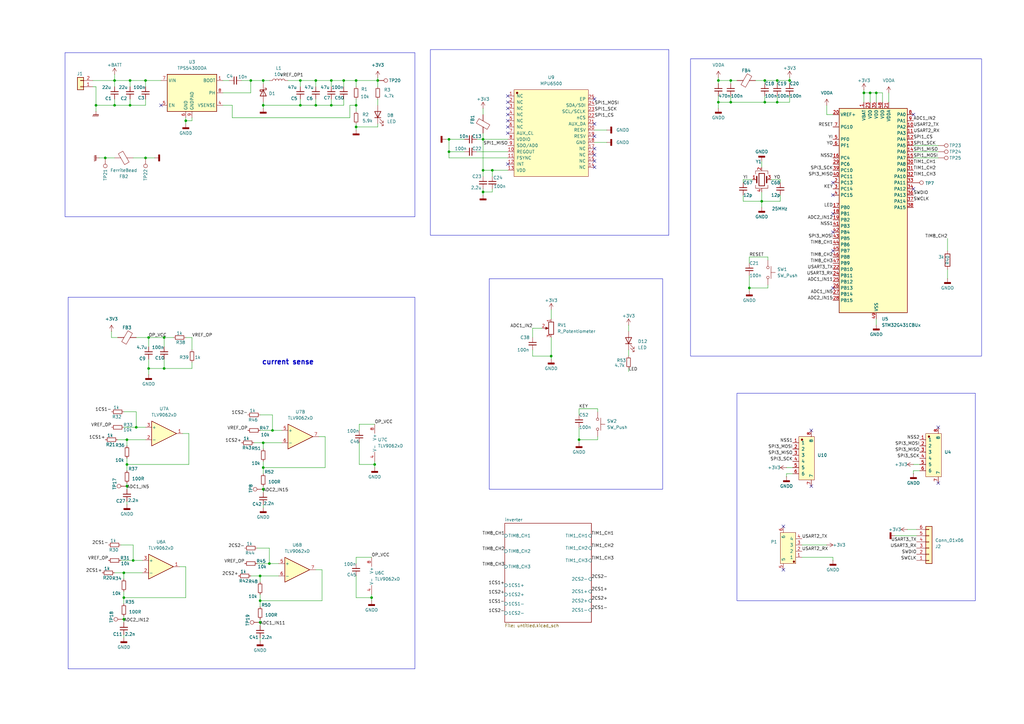
<source format=kicad_sch>
(kicad_sch (version 20231120) (generator "eeschema") (generator_version "8.0")
  (paper "A3")
  (title_block (title "bldc_controller") (date "2023-12-04"))
  (junction (at 198.12 57.15))
  (junction (at 106.68 236.22))
  (junction (at 123.19 43.18))
  (junction (at 152.4 245.11))
  (junction (at 154.94 33.02))
  (junction (at 53.34 43.18))
  (junction (at 359.41 38.1))
  (junction (at 135.89 43.18))
  (junction (at 50.8 234.95))
  (junction (at 146.05 33.02))
  (junction (at 59.69 33.02))
  (junction (at 198.12 78.74))
  (junction (at 110.49 231.14))
  (junction (at 111.76 176.53))
  (junction (at 135.89 33.02))
  (junction (at 60.96 138.43))
  (junction (at 76.2 49.53))
  (junction (at 46.99 43.18))
  (junction (at 184.15 57.15))
  (junction (at 50.8 254))
  (junction (at 226.06 146.05))
  (junction (at 318.77 33.02))
  (junction (at 55.88 175.26))
  (junction (at 52.07 190.5))
  (junction (at 201.93 69.85))
  (junction (at 323.85 33.02))
  (junction (at 294.64 41.91))
  (junction (at 146.05 52.07))
  (junction (at 107.95 33.02))
  (junction (at 318.77 41.91))
  (junction (at 106.68 246.38))
  (junction (at 60.96 151.13))
  (junction (at 356.87 38.1))
  (junction (at 312.42 82.55))
  (junction (at 39.37 43.18))
  (junction (at 129.54 43.18))
  (junction (at 106.68 255.27))
  (junction (at 107.95 191.77))
  (junction (at 46.99 33.02))
  (junction (at 67.31 151.13))
  (junction (at 123.19 33.02))
  (junction (at 67.31 138.43))
  (junction (at 299.72 33.02))
  (junction (at 313.69 41.91))
  (junction (at 50.8 245.11))
  (junction (at 107.95 200.66))
  (junction (at 184.15 62.23))
  (junction (at 43.18 64.77))
  (junction (at 59.69 64.77))
  (junction (at 354.33 38.1))
  (junction (at 198.12 69.85))
  (junction (at 52.07 180.34))
  (junction (at 299.72 41.91))
  (junction (at 146.05 43.18))
  (junction (at 54.61 229.87))
  (junction (at 129.54 33.02))
  (junction (at 53.34 33.02))
  (junction (at 153.67 190.5))
  (junction (at 52.07 199.39))
  (junction (at 313.69 33.02))
  (junction (at 107.95 181.61))
  (junction (at 237.49 180.34))
  (junction (at 107.95 43.18))
  (junction (at 102.87 33.02))
  (junction (at 307.34 118.11))
  (junction (at 140.97 33.02))
  (junction (at 294.64 33.02))
  (no_connect (at 374.65 46.99))
  (no_connect (at 332.74 176.53))
  (no_connect (at 208.28 39.37))
  (no_connect (at 208.28 67.31))
  (no_connect (at 208.28 46.99))
  (no_connect (at 208.28 54.61))
  (no_connect (at 341.63 95.25))
  (no_connect (at 243.84 55.88))
  (no_connect (at 243.84 63.5))
  (no_connect (at 332.74 199.39))
  (no_connect (at 341.63 87.63))
  (no_connect (at 341.63 74.93))
  (no_connect (at 374.65 77.47))
  (no_connect (at 341.63 118.11))
  (no_connect (at 341.63 80.01))
  (no_connect (at 384.81 175.26))
  (no_connect (at 321.31 233.68))
  (no_connect (at 384.81 198.12))
  (no_connect (at 243.84 40.64))
  (no_connect (at 66.04 43.18))
  (no_connect (at 208.28 52.07))
  (no_connect (at 208.28 44.45))
  (no_connect (at 243.84 60.96))
  (no_connect (at 208.28 49.53))
  (no_connect (at 243.84 68.58))
  (no_connect (at 243.84 66.04))
  (no_connect (at 321.31 215.9))
  (no_connect (at 208.28 41.91))
  (no_connect (at 341.63 102.87))
  (no_connect (at 243.84 50.8))
  (wire (pts (xy 67.31 147.32) (xy 67.31 151.13)))
  (wire (pts (xy 314.96 106.68) (xy 314.96 105.41)))
  (wire (pts (xy 198.12 69.85) (xy 198.12 72.39)))
  (wire (pts (xy 341.63 228.6) (xy 341.63 229.87)))
  (wire (pts (xy 67.31 151.13) (xy 60.96 151.13)))
  (wire (pts (xy 60.96 151.13) (xy 60.96 153.67)))
  (wire (pts (xy 312.42 82.55) (xy 312.42 78.74)))
  (wire (pts (xy 294.64 33.02) (xy 299.72 33.02)))
  (wire (pts (xy 77.47 177.8) (xy 74.93 177.8)))
  (wire (pts (xy 299.72 33.02) (xy 302.26 33.02)))
  (wire (pts (xy 245.11 167.64) (xy 237.49 167.64)))
  (wire (pts (xy 67.31 138.43) (xy 71.12 138.43)))
  (wire (pts (xy 76.2 138.43) (xy 78.74 138.43)))
  (wire (pts (xy 152.4 228.6) (xy 146.05 228.6)))
  (wire (pts (xy 198.12 54.61) (xy 198.12 57.15)))
  (wire (pts (xy 243.84 53.34) (xy 248.92 53.34)))
  (wire (pts (xy 237.49 180.34) (xy 245.11 180.34)))
  (wire (pts (xy 105.41 231.14) (xy 110.49 231.14)))
  (wire (pts (xy 198.12 80.01) (xy 198.12 78.74)))
  (wire (pts (xy 60.96 147.32) (xy 60.96 151.13)))
  (wire (pts (xy 105.41 224.79) (xy 110.49 224.79)))
  (wire (pts (xy 356.87 38.1) (xy 356.87 41.91)))
  (wire (pts (xy 123.19 40.64) (xy 123.19 43.18)))
  (wire (pts (xy 237.49 175.26) (xy 237.49 180.34)))
  (wire (pts (xy 59.69 64.77) (xy 63.5 64.77)))
  (wire (pts (xy 198.12 57.15) (xy 208.28 57.15)))
  (wire (pts (xy 374.65 193.04) (xy 374.65 194.31)))
  (wire (pts (xy 146.05 43.18) (xy 143.51 43.18)))
  (wire (pts (xy 299.72 41.91) (xy 313.69 41.91)))
  (wire (pts (xy 218.44 146.05) (xy 218.44 143.51)))
  (wire (pts (xy 318.77 33.02) (xy 323.85 33.02)))
  (wire (pts (xy 299.72 39.37) (xy 299.72 41.91)))
  (wire (pts (xy 107.95 191.77) (xy 107.95 194.31)))
  (wire (pts (xy 135.89 33.02) (xy 140.97 33.02)))
  (wire (pts (xy 152.4 245.11) (xy 152.4 246.38)))
  (wire (pts (xy 359.41 38.1) (xy 361.95 38.1)))
  (wire (pts (xy 107.95 191.77) (xy 133.35 191.77)))
  (wire (pts (xy 52.07 190.5) (xy 77.47 190.5)))
  (wire (pts (xy 102.87 38.1) (xy 102.87 33.02)))
  (wire (pts (xy 154.94 50.8) (xy 154.94 52.07)))
  (wire (pts (xy 257.81 133.35) (xy 257.81 135.89)))
  (wire (pts (xy 50.8 234.95) (xy 58.42 234.95)))
  (wire (pts (xy 78.74 48.26) (xy 78.74 49.53)))
  (wire (pts (xy 129.54 33.02) (xy 123.19 33.02)))
  (wire (pts (xy 307.34 118.11) (xy 314.96 118.11)))
  (wire (pts (xy 354.33 38.1) (xy 356.87 38.1)))
  (wire (pts (xy 299.72 34.29) (xy 299.72 33.02)))
  (wire (pts (xy 106.68 236.22) (xy 114.3 236.22)))
  (wire (pts (xy 53.34 40.64) (xy 53.34 43.18)))
  (wire (pts (xy 323.85 33.02) (xy 323.85 34.29)))
  (wire (pts (xy 374.65 64.77) (xy 384.81 64.77)))
  (wire (pts (xy 132.08 246.38) (xy 132.08 233.68)))
  (wire (pts (xy 123.19 35.56) (xy 123.19 33.02)))
  (wire (pts (xy 59.69 33.02) (xy 66.04 33.02)))
  (wire (pts (xy 309.88 33.02) (xy 313.69 33.02)))
  (wire (pts (xy 111.76 176.53) (xy 115.57 176.53)))
  (wire (pts (xy 201.93 78.74) (xy 198.12 78.74)))
  (wire (pts (xy 50.8 245.11) (xy 50.8 247.65)))
  (wire (pts (xy 46.99 234.95) (xy 50.8 234.95)))
  (wire (pts (xy 388.62 110.49) (xy 388.62 114.3)))
  (wire (pts (xy 388.62 97.79) (xy 388.62 102.87)))
  (wire (pts (xy 106.68 254) (xy 106.68 255.27)))
  (wire (pts (xy 243.84 58.42) (xy 248.92 58.42)))
  (wire (pts (xy 304.8 73.66) (xy 304.8 74.93)))
  (wire (pts (xy 129.54 40.64) (xy 129.54 43.18)))
  (wire (pts (xy 314.96 105.41) (xy 307.34 105.41)))
  (wire (pts (xy 45.72 138.43) (xy 48.26 138.43)))
  (wire (pts (xy 38.1 33.02) (xy 46.99 33.02)))
  (wire (pts (xy 39.37 43.18) (xy 39.37 35.56)))
  (wire (pts (xy 322.58 191.77) (xy 325.12 191.77)))
  (wire (pts (xy 320.04 80.01) (xy 320.04 82.55)))
  (wire (pts (xy 76.2 49.53) (xy 76.2 48.26)))
  (wire (pts (xy 55.88 168.91) (xy 55.88 175.26)))
  (wire (pts (xy 257.81 151.13) (xy 257.81 152.4)))
  (wire (pts (xy 322.58 194.31) (xy 325.12 194.31)))
  (wire (pts (xy 46.99 35.56) (xy 46.99 33.02)))
  (wire (pts (xy 102.87 33.02) (xy 107.95 33.02)))
  (wire (pts (xy 146.05 33.02) (xy 140.97 33.02)))
  (wire (pts (xy 354.33 38.1) (xy 354.33 41.91)))
  (wire (pts (xy 374.65 190.5) (xy 377.19 190.5)))
  (wire (pts (xy 106.68 243.84) (xy 106.68 246.38)))
  (wire (pts (xy 50.8 168.91) (xy 55.88 168.91)))
  (wire (pts (xy 135.89 40.64) (xy 135.89 43.18)))
  (wire (pts (xy 135.89 35.56) (xy 135.89 33.02)))
  (wire (pts (xy 237.49 167.64) (xy 237.49 170.18)))
  (wire (pts (xy 67.31 138.43) (xy 67.31 142.24)))
  (wire (pts (xy 312.42 68.58) (xy 312.42 66.04)))
  (wire (pts (xy 201.93 69.85) (xy 208.28 69.85)))
  (wire (pts (xy 359.41 130.81) (xy 359.41 133.35)))
  (wire (pts (xy 107.95 181.61) (xy 115.57 181.61)))
  (wire (pts (xy 53.34 33.02) (xy 59.69 33.02)))
  (wire (pts (xy 107.95 181.61) (xy 107.95 184.15)))
  (wire (pts (xy 226.06 146.05) (xy 218.44 146.05)))
  (wire (pts (xy 135.89 43.18) (xy 129.54 43.18)))
  (wire (pts (xy 294.64 41.91) (xy 299.72 41.91)))
  (wire (pts (xy 95.25 48.26) (xy 95.25 43.18)))
  (wire (pts (xy 143.51 48.26) (xy 95.25 48.26)))
  (wire (pts (xy 316.23 73.66) (xy 320.04 73.66)))
  (wire (pts (xy 294.64 33.02) (xy 294.64 34.29)))
  (wire (pts (xy 106.68 255.27) (xy 106.68 256.54)))
  (wire (pts (xy 198.12 57.15) (xy 198.12 69.85)))
  (wire (pts (xy 107.95 189.23) (xy 107.95 191.77)))
  (wire (pts (xy 198.12 69.85) (xy 201.93 69.85)))
  (wire (pts (xy 154.94 40.64) (xy 154.94 43.18)))
  (wire (pts (xy 323.85 31.75) (xy 323.85 33.02)))
  (wire (pts (xy 132.08 233.68) (xy 129.54 233.68)))
  (wire (pts (xy 107.95 200.66) (xy 107.95 201.93)))
  (wire (pts (xy 313.69 39.37) (xy 313.69 41.91)))
  (wire (pts (xy 143.51 43.18) (xy 143.51 48.26)))
  (wire (pts (xy 59.69 40.64) (xy 59.69 43.18)))
  (wire (pts (xy 78.74 138.43) (xy 78.74 143.51)))
  (wire (pts (xy 294.64 41.91) (xy 294.64 44.45)))
  (wire (pts (xy 367.03 219.71) (xy 375.92 219.71)))
  (wire (pts (xy 133.35 179.07) (xy 130.81 179.07)))
  (wire (pts (xy 60.96 138.43) (xy 60.96 142.24)))
  (wire (pts (xy 304.8 80.01) (xy 304.8 82.55)))
  (wire (pts (xy 110.49 231.14) (xy 114.3 231.14)))
  (wire (pts (xy 48.26 180.34) (xy 52.07 180.34)))
  (wire (pts (xy 147.32 190.5) (xy 153.67 190.5)))
  (wire (pts (xy 50.8 234.95) (xy 50.8 237.49)))
  (wire (pts (xy 201.93 77.47) (xy 201.93 78.74)))
  (wire (pts (xy 54.61 64.77) (xy 59.69 64.77)))
  (wire (pts (xy 106.68 261.62) (xy 106.68 262.89)))
  (wire (pts (xy 106.68 246.38) (xy 106.68 248.92)))
  (wire (pts (xy 226.06 127) (xy 226.06 130.81)))
  (wire (pts (xy 322.58 194.31) (xy 322.58 195.58)))
  (wire (pts (xy 304.8 82.55) (xy 312.42 82.55)))
  (wire (pts (xy 313.69 33.02) (xy 318.77 33.02)))
  (wire (pts (xy 154.94 52.07) (xy 146.05 52.07)))
  (wire (pts (xy 314.96 116.84) (xy 314.96 118.11)))
  (wire (pts (xy 318.77 33.02) (xy 318.77 34.29)))
  (wire (pts (xy 76.2 232.41) (xy 73.66 232.41)))
  (wire (pts (xy 52.07 205.74) (xy 52.07 207.01)))
  (wire (pts (xy 153.67 190.5) (xy 153.67 189.23)))
  (wire (pts (xy 146.05 52.07) (xy 146.05 50.8)))
  (wire (pts (xy 153.67 190.5) (xy 153.67 191.77)))
  (wire (pts (xy 55.88 175.26) (xy 59.69 175.26)))
  (wire (pts (xy 110.49 224.79) (xy 110.49 231.14)))
  (wire (pts (xy 50.8 254) (xy 50.8 255.27)))
  (wire (pts (xy 245.11 168.91) (xy 245.11 167.64)))
  (wire (pts (xy 76.2 245.11) (xy 76.2 232.41)))
  (wire (pts (xy 226.06 138.43) (xy 226.06 146.05)))
  (wire (pts (xy 222.25 134.62) (xy 218.44 134.62)))
  (wire (pts (xy 59.69 35.56) (xy 59.69 33.02)))
  (wire (pts (xy 133.35 191.77) (xy 133.35 179.07)))
  (wire (pts (xy 146.05 228.6) (xy 146.05 231.14)))
  (wire (pts (xy 129.54 35.56) (xy 129.54 33.02)))
  (wire (pts (xy 146.05 53.34) (xy 146.05 52.07)))
  (wire (pts (xy 129.54 43.18) (xy 123.19 43.18)))
  (wire (pts (xy 99.06 33.02) (xy 102.87 33.02)))
  (wire (pts (xy 182.88 57.15) (xy 184.15 57.15)))
  (wire (pts (xy 237.49 180.34) (xy 237.49 181.61)))
  (wire (pts (xy 77.47 190.5) (xy 77.47 177.8)))
  (wire (pts (xy 307.34 105.41) (xy 307.34 107.95)))
  (wire (pts (xy 328.93 223.52) (xy 339.09 223.52)))
  (wire (pts (xy 91.44 38.1) (xy 102.87 38.1)))
  (wire (pts (xy 39.37 35.56) (xy 38.1 35.56)))
  (wire (pts (xy 195.58 62.23) (xy 208.28 62.23)))
  (wire (pts (xy 208.28 64.77) (xy 184.15 64.77)))
  (wire (pts (xy 257.81 143.51) (xy 257.81 146.05)))
  (wire (pts (xy 361.95 38.1) (xy 361.95 41.91)))
  (wire (pts (xy 359.41 38.1) (xy 359.41 41.91)))
  (wire (pts (xy 374.65 62.23) (xy 384.81 62.23)))
  (wire (pts (xy 46.99 43.18) (xy 53.34 43.18)))
  (wire (pts (xy 307.34 113.03) (xy 307.34 118.11)))
  (wire (pts (xy 190.5 62.23) (xy 184.15 62.23)))
  (wire (pts (xy 198.12 77.47) (xy 198.12 78.74)))
  (wire (pts (xy 76.2 49.53) (xy 78.74 49.53)))
  (wire (pts (xy 318.77 39.37) (xy 318.77 41.91)))
  (wire (pts (xy 184.15 64.77) (xy 184.15 62.23)))
  (wire (pts (xy 43.18 64.77) (xy 46.99 64.77)))
  (wire (pts (xy 129.54 33.02) (xy 135.89 33.02)))
  (wire (pts (xy 320.04 73.66) (xy 320.04 74.93)))
  (wire (pts (xy 106.68 246.38) (xy 132.08 246.38)))
  (wire (pts (xy 107.95 199.39) (xy 107.95 200.66)))
  (wire (pts (xy 107.95 33.02) (xy 110.49 33.02)))
  (wire (pts (xy 107.95 207.01) (xy 107.95 208.28)))
  (wire (pts (xy 154.94 35.56) (xy 154.94 33.02)))
  (wire (pts (xy 50.8 242.57) (xy 50.8 245.11)))
  (wire (pts (xy 147.32 181.61) (xy 147.32 190.5)))
  (wire (pts (xy 318.77 41.91) (xy 323.85 41.91)))
  (wire (pts (xy 53.34 43.18) (xy 59.69 43.18)))
  (wire (pts (xy 52.07 190.5) (xy 52.07 193.04)))
  (wire (pts (xy 354.33 36.83) (xy 354.33 38.1)))
  (wire (pts (xy 46.99 30.48) (xy 46.99 33.02)))
  (wire (pts (xy 50.8 175.26) (xy 55.88 175.26)))
  (wire (pts (xy 323.85 39.37) (xy 323.85 41.91)))
  (wire (pts (xy 52.07 180.34) (xy 52.07 182.88)))
  (wire (pts (xy 184.15 62.23) (xy 184.15 57.15)))
  (wire (pts (xy 39.37 45.72) (xy 39.37 43.18)))
  (wire (pts (xy 339.09 43.18) (xy 339.09 46.99)))
  (wire (pts (xy 106.68 170.18) (xy 111.76 170.18)))
  (wire (pts (xy 49.53 229.87) (xy 54.61 229.87)))
  (wire (pts (xy 294.64 39.37) (xy 294.64 41.91)))
  (wire (pts (xy 153.67 173.99) (xy 147.32 173.99)))
  (wire (pts (xy 123.19 33.02) (xy 118.11 33.02)))
  (wire (pts (xy 50.8 260.35) (xy 50.8 261.62)))
  (wire (pts (xy 52.07 199.39) (xy 52.07 200.66)))
  (wire (pts (xy 226.06 146.05) (xy 226.06 147.32)))
  (wire (pts (xy 339.09 46.99) (xy 341.63 46.99)))
  (wire (pts (xy 146.05 33.02) (xy 154.94 33.02)))
  (wire (pts (xy 198.12 44.45) (xy 198.12 46.99)))
  (wire (pts (xy 294.64 31.75) (xy 294.64 33.02)))
  (wire (pts (xy 53.34 35.56) (xy 53.34 33.02)))
  (wire (pts (xy 49.53 223.52) (xy 54.61 223.52)))
  (wire (pts (xy 95.25 43.18) (xy 91.44 43.18)))
  (wire (pts (xy 107.95 33.02) (xy 107.95 34.29)))
  (wire (pts (xy 146.05 236.22) (xy 146.05 245.11)))
  (wire (pts (xy 78.74 151.13) (xy 67.31 151.13)))
  (wire (pts (xy 78.74 148.59) (xy 78.74 151.13)))
  (wire (pts (xy 374.65 59.69) (xy 384.81 59.69)))
  (wire (pts (xy 154.94 31.75) (xy 154.94 33.02)))
  (wire (pts (xy 313.69 33.02) (xy 313.69 34.29)))
  (wire (pts (xy 50.8 252.73) (xy 50.8 254)))
  (wire (pts (xy 46.99 40.64) (xy 46.99 43.18)))
  (wire (pts (xy 195.58 57.15) (xy 198.12 57.15)))
  (wire (pts (xy 39.37 43.18) (xy 46.99 43.18)))
  (wire (pts (xy 102.87 236.22) (xy 106.68 236.22)))
  (wire (pts (xy 201.93 69.85) (xy 201.93 72.39)))
  (wire (pts (xy 147.32 173.99) (xy 147.32 176.53)))
  (wire (pts (xy 46.99 33.02) (xy 53.34 33.02)))
  (wire (pts (xy 184.15 57.15) (xy 190.5 57.15)))
  (wire (pts (xy 107.95 41.91) (xy 107.95 43.18)))
  (wire (pts (xy 52.07 198.12) (xy 52.07 199.39)))
  (wire (pts (xy 111.76 170.18) (xy 111.76 176.53)))
  (wire (pts (xy 372.11 217.17) (xy 375.92 217.17)))
  (wire (pts (xy 312.42 82.55) (xy 320.04 82.55)))
  (wire (pts (xy 328.93 228.6) (xy 341.63 228.6)))
  (wire (pts (xy 146.05 245.11) (xy 152.4 245.11)))
  (wire (pts (xy 218.44 134.62) (xy 218.44 138.43)))
  (wire (pts (xy 364.49 38.1) (xy 364.49 41.91)))
  (wire (pts (xy 91.44 33.02) (xy 93.98 33.02)))
  (wire (pts (xy 307.34 118.11) (xy 307.34 119.38)))
  (wire (pts (xy 106.68 176.53) (xy 111.76 176.53)))
  (wire (pts (xy 55.88 138.43) (xy 60.96 138.43)))
  (wire (pts (xy 245.11 179.07) (xy 245.11 180.34)))
  (wire (pts (xy 146.05 35.56) (xy 146.05 33.02)))
  (wire (pts (xy 152.4 245.11) (xy 152.4 243.84)))
  (wire (pts (xy 140.97 40.64) (xy 140.97 43.18)))
  (wire (pts (xy 308.61 73.66) (xy 304.8 73.66)))
  (wire (pts (xy 45.72 135.89) (xy 45.72 138.43)))
  (wire (pts (xy 107.95 43.18) (xy 107.95 44.45)))
  (wire (pts (xy 50.8 245.11) (xy 76.2 245.11)))
  (wire (pts (xy 312.42 82.55) (xy 312.42 85.09)))
  (wire (pts (xy 40.64 64.77) (xy 43.18 64.77)))
  (wire (pts (xy 140.97 43.18) (xy 135.89 43.18)))
  (wire (pts (xy 146.05 40.64) (xy 146.05 43.18)))
  (wire (pts (xy 140.97 35.56) (xy 140.97 33.02)))
  (wire (pts (xy 52.07 180.34) (xy 59.69 180.34)))
  (wire (pts (xy 146.05 43.18) (xy 146.05 45.72)))
  (wire (pts (xy 106.68 236.22) (xy 106.68 238.76)))
  (wire (pts (xy 54.61 229.87) (xy 58.42 229.87)))
  (wire (pts (xy 313.69 41.91) (xy 318.77 41.91)))
  (wire (pts (xy 54.61 223.52) (xy 54.61 229.87)))
  (wire (pts (xy 374.65 193.04) (xy 377.19 193.04)))
  (wire (pts (xy 52.07 187.96) (xy 52.07 190.5)))
  (wire (pts (xy 67.31 138.43) (xy 60.96 138.43)))
  (wire (pts (xy 356.87 38.1) (xy 359.41 38.1)))
  (wire (pts (xy 104.14 181.61) (xy 107.95 181.61)))
  (wire (pts (xy 76.2 50.8) (xy 76.2 49.53)))
  (wire (pts (xy 123.19 43.18) (xy 107.95 43.18)))
  (rectangle (start 302.26 161.29) (end 400.05 246.38))
  (rectangle (start 27.94 121.92) (end 170.18 274.32))
  (rectangle (start 283.21 24.13) (end 402.59 146.05))
  (rectangle (start 200.66 114.3) (end 271.78 200.66))
  (rectangle (start 26.67 21.59) (end 170.18 88.9))
  (rectangle (start 176.53 20.32) (end 274.32 96.52))
  (text "current sense" (at 118.11 148.59 0) (effects (font (size 2.032 2.032) (thickness 0.4064) (bold yes))))
  (label "2CS2-" (at 100.33 224.79 180))
  (label "TIM8_CH2" (at 341.63 105.41 180))
  (label "1CS2-" (at 101.6 170.18 180))
  (label "2CS1-" (at 44.45 223.52 180))
  (label "NSS2" (at 341.63 64.77 180))
  (label "ADC1_IN11" (at 106.68 256.54 0))
  (label "VREF_OP" (at 78.74 138.43 0))
  (label "SPI1_MISO" (at 208.28 59.69 180))
  (label "ADC1_IN2" (at 218.44 134.62 180))
  (label "SPI1_SCK" (at 243.84 45.72 0))
  (label "1CS1-" (at 45.72 168.91 180))
  (label "SPI3_SCK" (at 341.63 69.85 180))
  (label "1CS2-" (at 207.01 251.46 180))
  (label "ADC1_IN5" (at 341.63 120.65 180))
  (label "KEY" (at 237.49 167.64 0))
  (label "VREF_OP" (at 101.6 176.53 180))
  (label "1CS2+" (at 207.01 243.84 180))
  (label "ADC2_IN15" (at 341.63 123.19 180))
  (label "USART3_TX" (at 341.63 110.49 180))
  (label "YI" (at 341.63 57.15 180))
  (label "NSS2" (at 377.19 180.34 180))
  (label "ADC2_IN12" (at 50.8 255.27 0))
  (label "1CS1-" (at 207.01 247.65 180))
  (label "SPI3_MISO" (at 341.63 72.39 180))
  (label "SPI1_CS" (at 374.65 57.15 0))
  (label "TIM8_CH2" (at 207.01 226.06 180))
  (label "2CS2+" (at 242.57 246.38 0))
  (label "NSS1" (at 341.63 92.71 180))
  (label "USART2_RX" (at 328.93 226.06 0))
  (label "VREF_OP" (at 45.72 175.26 180))
  (label "1CS1+" (at 207.01 240.03 180))
  (label "OP_VCC" (at 60.96 138.43 0))
  (label "ADC2_IN12" (at 341.63 90.17 180))
  (label "TIM1_CH1" (at 374.65 67.31 0))
  (label "2CS1+" (at 242.57 242.57 0))
  (label "OP_VCC" (at 153.67 173.99 0))
  (label "SWDIO" (at 374.65 80.01 0))
  (label "SPI1_SCK" (at 374.65 59.69 0))
  (label "ADC2_IN15" (at 107.95 201.93 0))
  (label "SPI3_MOSI" (at 325.12 184.15 180))
  (label "NSS1" (at 325.12 181.61 180))
  (label "SWCLK" (at 374.65 82.55 0))
  (label "RESET" (at 307.34 105.41 0))
  (label "TIM1_CH1" (at 242.57 219.71 0))
  (label "SPI1_CS" (at 243.84 48.26 0))
  (label "2CS2+" (at 97.79 236.22 180))
  (label "TIM1_CH3" (at 374.65 72.39 0))
  (label "TIM1_CH2" (at 242.57 224.79 0))
  (label "SPI3_MOSI" (at 377.19 182.88 180))
  (label "ADC1_IN2" (at 374.65 49.53 0))
  (label "TIM1_CH2" (at 374.65 69.85 0))
  (label "USART3_RX" (at 341.63 113.03 180))
  (label "VREF_OP" (at 44.45 229.87 180))
  (label "TIM8_CH3" (at 207.01 232.41 180))
  (label "SPI3_MISO" (at 325.12 186.69 180))
  (label "2CS1-" (at 242.57 250.19 0))
  (label "OP_VCC" (at 152.4 228.6 0))
  (label "YO" (at 320.04 73.66 180))
  (label "TIM8_CH2" (at 388.62 97.79 180))
  (label "LED" (at 341.63 85.09 180))
  (label "SWCLK" (at 375.92 229.87 180))
  (label "YI" (at 304.8 73.66 0))
  (label "LED" (at 257.81 152.4 0))
  (label "RESET" (at 341.63 52.07 180))
  (label "SPI1_MOSI" (at 243.84 43.18 0))
  (label "ADC1_IN5" (at 52.07 200.66 0))
  (label "SPI1_MOSI" (at 374.65 64.77 0))
  (label "YO" (at 341.63 59.69 180))
  (label "SPI3_MOSI" (at 341.63 97.79 180))
  (label "USART2_TX" (at 374.65 52.07 0))
  (label "TIM8_CH3" (at 341.63 107.95 180))
  (label "TIM8_CH1" (at 341.63 100.33 180))
  (label "KEY" (at 341.63 77.47 180))
  (label "VREF_OP" (at 100.33 231.14 180))
  (label "ADC1_IN11" (at 341.63 115.57 180))
  (label "USART2_TX" (at 328.93 220.98 0))
  (label "SPI3_SCK" (at 325.12 189.23 180))
  (label "TIM8_CH1" (at 207.01 219.71 180))
  (label "VREF_OP1" (at 124.46 31.75 180))
  (label "2CS2-" (at 242.57 237.49 0))
  (label "2CS1+" (at 41.91 234.95 180))
  (label "SPI3_MISO" (at 377.19 185.42 180))
  (label "USART3_RX" (at 375.92 224.79 180))
  (label "TIM1_CH3" (at 242.57 229.87 0))
  (label "SPI1_MISO" (at 374.65 62.23 0))
  (label "SWDIO" (at 375.92 227.33 180))
  (label "SPI3_SCK" (at 377.19 187.96 180))
  (label "USART3_TX" (at 375.92 222.25 180))
  (label "1CS2+" (at 99.06 181.61 180))
  (label "1CS1+" (at 43.18 180.34 180))
  (label "USART2_RX" (at 374.65 54.61 0))
  (symbol (lib_id "Device:C_Small") (at 237.49 172.72 0) (unit 1)
    (property "Reference" "C52" (at 237.49 170.18 0) (effects (justify left)))
    (property "Value" "100n" (at 237.49 175.26 0) (effects (justify left)))
    (property "Footprint" "Capacitor_SMD:C_0603_1608Metric_Pad1.08x0.95mm_HandSolder" (effects (hide yes)))
    (property "Description" "Unpolarized capacitor, small symbol" (effects (hide yes)))
  )
  (symbol (lib_id "Device:C_Small") (at 96.52 33.02 90) (unit 1)
    (property "Reference" "C4" (at 94.234 31.242 90))
    (property "Value" "10n" (at 99.568 31.496 90))
    (property "Footprint" "Capacitor_SMD:C_0603_1608Metric_Pad1.08x0.95mm_HandSolder" (effects (hide yes)))
    (property "Description" "Unpolarized capacitor, small symbol" (effects (hide yes)))
  )
  (symbol (lib_id "power:GNDD") (at 106.68 262.89 0) (unit 1)
    (property "Reference" "#PWR035" (effects (hide yes)))
    (property "Value" "GNDD" (at 106.68 266.7 0))
    (property "Description" "Power symbol creates a global label with name \"GNDD\" , digital ground" (effects (hide yes)))
  )
  (symbol (lib_id "Device:R_Small") (at 45.72 180.34 270) (unit 1)
    (property "Reference" "R21" (at 43.434 182.372 90) (effects (justify left)))
    (property "Value" "1k" (at 43.942 178.562 90) (effects (justify left)))
    (property "Footprint" "Resistor_SMD:R_0603_1608Metric_Pad0.98x0.95mm_HandSolder" (effects (hide yes)))
    (property "Description" "Resistor, small symbol" (effects (hide yes)))
  )
  (symbol (lib_id "power:GNDD") (at 322.58 195.58 0) (unit 1)
    (property "Reference" "#PWR018" (effects (hide yes)))
    (property "Value" "GNDD" (at 322.58 199.39 0))
    (property "Description" "Power symbol creates a global label with name \"GNDD\" , digital ground" (effects (hide yes)))
  )
  (symbol (lib_id "Device:R_Small") (at 257.81 148.59 180) (unit 1)
    (property "Reference" "R53" (at 256.794 147.828 0) (effects (justify left)))
    (property "Value" "4.7k" (at 256.286 149.86 0) (effects (justify left)))
    (property "Footprint" "Resistor_SMD:R_0603_1608Metric_Pad0.98x0.95mm_HandSolder" (effects (hide yes)))
    (property "Description" "Resistor, small symbol" (effects (hide yes)))
  )
  (symbol (lib_id "power:VDDA") (at 294.64 31.75 0) (unit 1)
    (property "Reference" "#PWR055" (effects (hide yes)))
    (property "Value" "VDDA" (at 294.64 26.67 0))
    (property "Description" "Power symbol creates a global label with name \"VDDA\"" (effects (hide yes)))
  )
  (symbol (lib_id "Connector:TestPoint") (at 43.18 64.77 0) (mirror x) (unit 1)
    (property "Reference" "TP21" (at 43.18 69.342 90) (effects (justify left)))
    (property "Value" "TestPoint" (effects (hide yes)))
    (property "Footprint" "TestPoint:TestPoint_Pad_D1.0mm" (effects (hide yes)))
    (property "Description" "test point" (effects (hide yes)))
  )
  (symbol (lib_id "Device:C_Small") (at 323.85 36.83 0) (unit 1)
    (property "Reference" "C20" (at 323.85 34.29 0) (effects (justify left)))
    (property "Value" "100n" (at 323.85 39.37 0) (effects (justify left)))
    (property "Footprint" "Capacitor_SMD:C_0603_1608Metric_Pad1.08x0.95mm_HandSolder" (effects (hide yes)))
    (property "Description" "Unpolarized capacitor, small symbol" (effects (hide yes)))
  )
  (symbol (lib_id "power:+BATT") (at 46.99 30.48 0) (unit 1)
    (property "Reference" "#PWR02" (effects (hide yes)))
    (property "Value" "+BATT" (at 46.99 26.67 0))
    (property "Description" "Power symbol creates a global label with name \"+BATT\"" (effects (hide yes)))
  )
  (symbol (lib_id "Device:C_Small") (at 294.64 36.83 0) (unit 1)
    (property "Reference" "C8" (effects (hide yes)))
    (property "Value" "470n" (at 294.64 39.37 0) (effects (justify left)))
    (property "Footprint" "Capacitor_SMD:C_0603_1608Metric_Pad1.08x0.95mm_HandSolder" (effects (hide yes)))
    (property "Description" "Unpolarized capacitor, small symbol" (effects (hide yes)))
  )
  (symbol (lib_id "Device:C_Small") (at 107.95 204.47 180) (unit 1)
    (property "Reference" "C42" (at 105.41 206.756 0))
    (property "Value" "2.2n" (at 110.236 206.502 0))
    (property "Footprint" "Capacitor_SMD:C_0603_1608Metric_Pad1.08x0.95mm_HandSolder" (effects (hide yes)))
    (property "Description" "Unpolarized capacitor, small symbol" (effects (hide yes)))
  )
  (symbol (lib_id "power:+3V3") (at 226.06 127 0) (unit 1)
    (property "Reference" "#PWR036" (effects (hide yes)))
    (property "Value" "+3V3" (at 226.06 123.19 0))
    (property "Description" "Power symbol creates a global label with name \"+3V3\"" (effects (hide yes)))
  )
  (symbol (lib_id "Device:C_Small") (at 198.12 74.93 0) (unit 1)
    (property "Reference" "C23" (at 195.58 72.39 0))
    (property "Value" "2.2u" (at 195.326 76.962 0))
    (property "Footprint" "Capacitor_SMD:C_0603_1608Metric_Pad1.08x0.95mm_HandSolder" (effects (hide yes)))
    (property "Description" "Unpolarized capacitor, small symbol" (effects (hide yes)))
  )
  (symbol (lib_id "power:GNDD") (at 52.07 207.01 0) (unit 1)
    (property "Reference" "#PWR026" (effects (hide yes)))
    (property "Value" "GNDD" (at 52.07 210.82 0))
    (property "Description" "Power symbol creates a global label with name \"GNDD\" , digital ground" (effects (hide yes)))
  )
  (symbol (lib_id "Device:C_Small") (at 52.07 203.2 180) (unit 1)
    (property "Reference" "C27" (at 49.53 205.486 0))
    (property "Value" "2.2n" (at 54.61 205.232 0))
    (property "Footprint" "Capacitor_SMD:C_0603_1608Metric_Pad1.08x0.95mm_HandSolder" (effects (hide yes)))
    (property "Description" "Unpolarized capacitor, small symbol" (effects (hide yes)))
  )
  (symbol (lib_id "Device:C_Small") (at 313.69 36.83 0) (unit 1)
    (property "Reference" "C18" (at 313.69 34.29 0) (effects (justify left)))
    (property "Value" "100n" (at 313.69 39.37 0) (effects (justify left)))
    (property "Footprint" "Capacitor_SMD:C_0603_1608Metric_Pad1.08x0.95mm_HandSolder" (effects (hide yes)))
    (property "Description" "Unpolarized capacitor, small symbol" (effects (hide yes)))
  )
  (symbol (lib_id "Device:R_Small") (at 102.87 224.79 270) (unit 1)
    (property "Reference" "R44" (at 100.584 226.822 90) (effects (justify left)))
    (property "Value" "1k" (at 101.092 223.012 90) (effects (justify left)))
    (property "Footprint" "Resistor_SMD:R_0603_1608Metric_Pad0.98x0.95mm_HandSolder" (effects (hide yes)))
    (property "Description" "Resistor, small symbol" (effects (hide yes)))
  )
  (symbol (lib_id "Device:C_Small") (at 53.34 38.1 180) (unit 1)
    (property "Reference" "C2" (at 50.8 40.386 0))
    (property "Value" "22u" (at 50.546 35.814 0))
    (property "Footprint" "Capacitor_SMD:C_0805_2012Metric_Pad1.18x1.45mm_HandSolder" (effects (hide yes)))
    (property "Description" "Unpolarized capacitor, small symbol" (effects (hide yes)))
  )
  (symbol (lib_id "power:GNDD") (at 248.92 58.42 90) (unit 1)
    (property "Reference" "#PWR09" (effects (hide yes)))
    (property "Value" "GNDD" (at 252.73 58.4199 90) (effects (justify right)))
    (property "Description" "Power symbol creates a global label with name \"GNDD\" , digital ground" (effects (hide yes)))
  )
  (symbol (lib_id "Device:C_Small") (at 60.96 144.78 180) (unit 1)
    (property "Reference" "C9" (at 58.42 147.066 0))
    (property "Value" "4.7u" (at 58.166 142.494 0))
    (property "Footprint" "Capacitor_SMD:C_0603_1608Metric_Pad1.08x0.95mm_HandSolder" (effects (hide yes)))
    (property "Description" "Unpolarized capacitor, small symbol" (effects (hide yes)))
  )
  (symbol (lib_id "Connector:TestPoint") (at 154.94 33.02 270) (unit 1)
    (property "Reference" "TP20" (at 159.512 33.02 90) (effects (justify left)))
    (property "Value" "TestPoint" (effects (hide yes)))
    (property "Footprint" "TestPoint:TestPoint_Pad_D1.0mm" (effects (hide yes)))
    (property "Description" "test point" (effects (hide yes)))
  )
  (symbol (lib_id "power:GNDD") (at 237.49 181.61 0) (unit 1)
    (property "Reference" "#PWR065" (effects (hide yes)))
    (property "Value" "GNDD" (at 237.49 185.42 0))
    (property "Description" "Power symbol creates a global label with name \"GNDD\" , digital ground" (effects (hide yes)))
  )
  (symbol (lib_id "Device:C_Small") (at 46.99 38.1 180) (unit 1)
    (property "Reference" "C1" (at 44.45 40.386 0))
    (property "Value" "22u" (at 43.688 35.814 0))
    (property "Footprint" "Capacitor_SMD:C_0805_2012Metric_Pad1.18x1.45mm_HandSolder" (effects (hide yes)))
    (property "Description" "Unpolarized capacitor, small symbol" (effects (hide yes)))
  )
  (symbol (lib_id "power:GNDD") (at 182.88 57.15 270) (unit 1)
    (property "Reference" "#PWR011" (effects (hide yes)))
    (property "Value" "GNDD" (effects (hide yes)))
    (property "Description" "Power symbol creates a global label with name \"GNDD\" , digital ground" (effects (hide yes)))
  )
  (symbol (lib_id "Device:R") (at 388.62 106.68 0) (unit 1)
    (property "Reference" "R40" (at 388.62 106.68 90))
    (property "Value" "3k" (at 386.08 105.41 0))
    (property "Footprint" "Resistor_SMD:R_0603_1608Metric_Pad0.98x0.95mm_HandSolder" (effects (hide yes)))
  )
  (symbol (lib_id "Amplifier_Operational:TLV9062xD") (at 123.19 179.07 0) (unit 2)
    (property "Reference" "U7" (at 123.19 168.91 0))
    (property "Value" "TLV9062xD" (at 123.19 171.45 0))
    (property "Footprint" "Package_SO:SOIC-8_3.9x4.9mm_P1.27mm" (effects (hide yes)))
    (property "Datasheet" "https://www.ti.com/lit/ds/symlink/tlv9062.pdf" (effects (hide yes)))
    (property "Description" "Dual operational amplifier, 300 uV Offset, SOIC-8" (effects (hide yes)))
  )
  (symbol (lib_id "power:GNDD") (at 367.03 219.71 270) (unit 1)
    (property "Reference" "#PWR012" (effects (hide yes)))
    (property "Value" "GNDD" (effects (hide yes)))
    (property "Description" "Power symbol creates a global label with name \"GNDD\" , digital ground" (effects (hide yes)))
  )
  (symbol (lib_id "Device:R_Small") (at 50.8 250.19 0) (unit 1)
    (property "Reference" "R35" (at 51.308 246.888 0) (effects (justify left)))
    (property "Value" "100R" (at 52.832 250.952 0) (effects (justify left)))
    (property "Footprint" "Resistor_SMD:R_0603_1608Metric_Pad0.98x0.95mm_HandSolder" (effects (hide yes)))
    (property "Description" "Resistor, small symbol" (effects (hide yes)))
  )
  (symbol (lib_id "Device:R_Small") (at 48.26 175.26 270) (unit 1)
    (property "Reference" "R33" (at 50.546 174.244 90) (effects (justify left)))
    (property "Value" "10k" (at 50.546 176.276 90) (effects (justify left)))
    (property "Footprint" "Resistor_SMD:R_0603_1608Metric_Pad0.98x0.95mm_HandSolder" (effects (hide yes)))
    (property "Description" "Resistor, small symbol" (effects (hide yes)))
  )
  (symbol (lib_id "power:GNDD") (at 388.62 114.3 0) (unit 1)
    (property "Reference" "#PWR039" (effects (hide yes)))
    (property "Value" "GNDD" (at 388.62 118.11 0))
    (property "Description" "Power symbol creates a global label with name \"GNDD\" , digital ground" (effects (hide yes)))
  )
  (symbol (lib_id "power:+3V3") (at 339.09 223.52 270) (mirror x) (unit 1)
    (property "Reference" "#PWR016" (effects (hide yes)))
    (property "Value" "+3V3" (at 344.17 223.52 90))
    (property "Description" "Power symbol creates a global label with name \"+3V3\"" (effects (hide yes)))
  )
  (symbol (lib_id "Device:C_Small") (at 146.05 233.68 180) (unit 1)
    (property "Reference" "C45" (at 144.272 235.712 0))
    (property "Value" "100n" (at 143.51 231.394 0))
    (property "Footprint" "Capacitor_SMD:C_0603_1608Metric_Pad1.08x0.95mm_HandSolder" (effects (hide yes)))
    (property "Description" "Unpolarized capacitor, small symbol" (effects (hide yes)))
  )
  (symbol (lib_id "power:GNDD") (at 312.42 85.09 0) (unit 1)
    (property "Reference" "#PWR043" (effects (hide yes)))
    (property "Value" "GNDD" (at 312.42 88.9 0))
    (property "Description" "Power symbol creates a global label with name \"GNDD\" , digital ground" (effects (hide yes)))
  )
  (symbol (lib_id "power:VDDA") (at 364.49 38.1 0) (unit 1)
    (property "Reference" "#PWR058" (effects (hide yes)))
    (property "Value" "VDDA" (at 364.49 33.02 0))
    (property "Description" "Power symbol creates a global label with name \"VDDA\"" (effects (hide yes)))
  )
  (symbol (lib_id "Device:C_Small") (at 59.69 38.1 180) (unit 1)
    (property "Reference" "C3" (at 57.912 40.132 0))
    (property "Value" "100n" (at 57.15 35.814 0))
    (property "Footprint" "Capacitor_SMD:C_0603_1608Metric_Pad1.08x0.95mm_HandSolder" (effects (hide yes)))
    (property "Description" "Unpolarized capacitor, small symbol" (effects (hide yes)))
  )
  (symbol (lib_id "balancerDriver:HC-FPC-0.5-6P-CSH20") (at 382.27 187.96 0) (unit 1)
    (property "Reference" "U4" (at 387.35 185.4199 0) (effects (justify left)))
    (property "Value" "HC-FPC-0.5-6P-CSH20" (effects (hide yes)))
    (property "Footprint" "balancerDriver:FPC-SMD_6P-P0.50_HC-FPC-0.5-6P-CSH20" (effects (hide yes)))
    (property "Description" "C19273945" (effects (hide yes)))
    (property "uuid" "std:50d5d44234a046e7a2e444619e960ef5" (effects (hide yes)))
  )
  (symbol (lib_id "Amplifier_Operational:TLV9062xD") (at 121.92 233.68 0) (unit 2)
    (property "Reference" "U6" (at 121.92 223.52 0))
    (property "Value" "TLV9062xD" (at 121.92 226.06 0))
    (property "Footprint" "Package_SO:SOIC-8_3.9x4.9mm_P1.27mm" (effects (hide yes)))
    (property "Datasheet" "https://www.ti.com/lit/ds/symlink/tlv9062.pdf" (effects (hide yes)))
    (property "Description" "Dual operational amplifier, 300 uV Offset, SOIC-8" (effects (hide yes)))
  )
  (symbol (lib_id "balancerDriver:HC-FPC-0.5-6P-CSH20") (at 330.2 189.23 0) (unit 1)
    (property "Reference" "U10" (at 335.28 186.6899 0) (effects (justify left)))
    (property "Value" "HC-FPC-0.5-6P-CSH20" (effects (hide yes)))
    (property "Footprint" "balancerDriver:FPC-SMD_6P-P0.50_HC-FPC-0.5-6P-CSH20" (effects (hide yes)))
    (property "Description" "C19273945" (effects (hide yes)))
    (property "uuid" "std:50d5d44234a046e7a2e444619e960ef5" (effects (hide yes)))
  )
  (symbol (lib_id "Connector:TestPoint") (at 107.95 200.66 90) (unit 1)
    (property "Reference" "TP8" (at 102.87 202.184 0) (effects (justify left)))
    (property "Value" "TestPoint" (effects (hide yes)))
    (property "Footprint" "TestPoint:TestPoint_Pad_D1.0mm" (effects (hide yes)))
    (property "Description" "test point" (effects (hide yes)))
  )
  (symbol (lib_id "power:+3V3") (at 257.81 133.35 0) (unit 1)
    (property "Reference" "#PWR062" (effects (hide yes)))
    (property "Value" "+3V3" (at 257.81 129.54 0))
    (property "Description" "Power symbol creates a global label with name \"+3V3\"" (effects (hide yes)))
  )
  (symbol (lib_id "Connector:TestPoint") (at 374.65 74.93 270) (unit 1)
    (property "Reference" "TP7" (at 379.476 75.184 90) (effects (justify left)))
    (property "Value" "TestPoint" (effects (hide yes)))
    (property "Footprint" "TestPoint:TestPoint_Pad_D1.0mm" (effects (hide yes)))
    (property "Description" "test point" (effects (hide yes)))
  )
  (symbol (lib_id "Device:R_Potentiometer") (at 226.06 134.62 0) (mirror y) (unit 1)
    (property "Reference" "RV1" (at 228.6 133.3499 0) (effects (justify right)))
    (property "Value" "R_Potentiometer" (at 228.6 135.8899 0) (effects (justify right)))
    (property "Footprint" "balancerDriver:RES-ADJ-TH_3362P" (effects (hide yes)))
    (property "Description" "Potentiometer" (effects (hide yes)))
  )
  (symbol (lib_id "Device:C_Small") (at 320.04 77.47 0) (mirror y) (unit 1)
    (property "Reference" "C68" (at 320.04 74.93 0) (effects (justify left)))
    (property "Value" "12p" (at 320.04 80.01 0) (effects (justify left)))
    (property "Footprint" "Capacitor_SMD:C_0603_1608Metric_Pad1.08x0.95mm_HandSolder" (effects (hide yes)))
    (property "Description" "Unpolarized capacitor, small symbol" (effects (hide yes)))
  )
  (symbol (lib_id "power:GNDD") (at 294.64 44.45 0) (unit 1)
    (property "Reference" "#PWR013" (effects (hide yes)))
    (property "Value" "GNDD" (at 294.64 48.26 0))
    (property "Description" "Power symbol creates a global label with name \"GNDD\" , digital ground" (effects (hide yes)))
  )
  (symbol (lib_id "Switch:SW_Push") (at 245.11 173.99 270) (unit 1)
    (property "Reference" "SW2" (at 248.92 172.7199 90) (effects (justify left)))
    (property "Value" "SW_Push" (at 248.92 175.2599 90) (effects (justify left)))
    (property "Footprint" "balancerDriver:SW-SMD_L4.0-W2.9-LS5.0" (effects (hide yes)))
    (property "Description" "Push button switch, generic, two pins" (effects (hide yes)))
  )
  (symbol (lib_id "Amplifier_Operational:TLV9062xD") (at 66.04 232.41 0) (unit 1)
    (property "Reference" "U6" (at 66.04 222.25 0))
    (property "Value" "TLV9062xD" (at 66.04 224.79 0))
    (property "Footprint" "Package_SO:SOIC-8_3.9x4.9mm_P1.27mm" (effects (hide yes)))
    (property "Datasheet" "https://www.ti.com/lit/ds/symlink/tlv9062.pdf" (effects (hide yes)))
    (property "Description" "Dual operational amplifier, 300 uV Offset, SOIC-8" (effects (hide yes)))
  )
  (symbol (lib_id "Device:R_Small") (at 46.99 229.87 270) (unit 1)
    (property "Reference" "R31" (at 49.276 228.854 90) (effects (justify left)))
    (property "Value" "10k" (at 49.53 231.14 90) (effects (justify left)))
    (property "Footprint" "Resistor_SMD:R_0603_1608Metric_Pad0.98x0.95mm_HandSolder" (effects (hide yes)))
    (property "Description" "Resistor, small symbol" (effects (hide yes)))
  )
  (symbol (lib_id "Device:R_Small") (at 102.87 231.14 270) (unit 1)
    (property "Reference" "R45" (at 105.156 230.124 90) (effects (justify left)))
    (property "Value" "10k" (at 105.664 232.41 90) (effects (justify left)))
    (property "Footprint" "Resistor_SMD:R_0603_1608Metric_Pad0.98x0.95mm_HandSolder" (effects (hide yes)))
    (property "Description" "Resistor, small symbol" (effects (hide yes)))
  )
  (symbol (lib_id "power:GNDD") (at 146.05 53.34 0) (unit 1)
    (property "Reference" "#PWR057" (effects (hide yes)))
    (property "Value" "GNDD" (effects (hide yes)))
    (property "Description" "Power symbol creates a global label with name \"GNDD\" , digital ground" (effects (hide yes)))
  )
  (symbol (lib_id "power:+5V") (at 154.94 31.75 0) (unit 1)
    (property "Reference" "#PWR061" (effects (hide yes)))
    (property "Value" "+3V3" (at 154.94 26.67 0))
    (property "Description" "Power symbol creates a global label with name \"+5V\"" (effects (hide yes)))
  )
  (symbol (lib_id "Device:FerriteBead") (at 306.07 33.02 270) (unit 1)
    (property "Reference" "FB4" (at 306.07 28.956 90))
    (property "Value" "FerriteBead" (effects (hide yes)))
    (property "Footprint" "Capacitor_SMD:C_0603_1608Metric_Pad1.08x0.95mm_HandSolder" (effects (hide yes)))
    (property "Description" "Ferrite bead" (effects (hide yes)))
  )
  (symbol (lib_id "Connector:TestPoint") (at 384.81 59.69 270) (unit 1)
    (property "Reference" "TP23" (at 389.382 59.69 90) (effects (justify left)))
    (property "Value" "TestPoint" (effects (hide yes)))
    (property "Footprint" "TestPoint:TestPoint_Pad_D1.0mm" (effects (hide yes)))
    (property "Description" "test point" (effects (hide yes)))
  )
  (symbol (lib_id "power:GNDD") (at 226.06 147.32 0) (unit 1)
    (property "Reference" "#PWR038" (effects (hide yes)))
    (property "Value" "GNDD" (at 226.06 151.13 0))
    (property "Description" "Power symbol creates a global label with name \"GNDD\" , digital ground" (effects (hide yes)))
  )
  (symbol (lib_id "Switch:SW_Push") (at 314.96 111.76 270) (unit 1)
    (property "Reference" "SW1" (at 318.77 110.4899 90) (effects (justify left)))
    (property "Value" "SW_Push" (at 318.77 113.0299 90) (effects (justify left)))
    (property "Footprint" "balancerDriver:SW-SMD_L4.0-W2.9-LS5.0" (effects (hide yes)))
    (property "Description" "Push button switch, generic, two pins" (effects (hide yes)))
  )
  (symbol (lib_name "+3V3_1") (lib_id "power:+3V3") (at 45.72 135.89 0) (unit 1)
    (property "Reference" "#PWR023" (effects (hide yes)))
    (property "Value" "+3V3" (at 45.72 130.81 0))
    (property "Description" "Power symbol creates a global label with name \"+3V3\"" (effects (hide yes)))
  )
  (symbol (lib_id "Amplifier_Operational:TLV9062xD") (at 67.31 177.8 0) (unit 1)
    (property "Reference" "U7" (at 67.31 167.64 0))
    (property "Value" "TLV9062xD" (at 67.31 170.18 0))
    (property "Footprint" "Package_SO:SOIC-8_3.9x4.9mm_P1.27mm" (effects (hide yes)))
    (property "Datasheet" "https://www.ti.com/lit/ds/symlink/tlv9062.pdf" (effects (hide yes)))
    (property "Description" "Dual operational amplifier, 300 uV Offset, SOIC-8" (effects (hide yes)))
  )
  (symbol (lib_id "Device:C_Small") (at 218.44 140.97 0) (unit 1)
    (property "Reference" "C38" (at 213.36 138.43 0) (effects (justify left)))
    (property "Value" "100n" (at 212.09 143.51 0) (effects (justify left)))
    (property "Footprint" "Capacitor_SMD:C_0603_1608Metric_Pad1.08x0.95mm_HandSolder" (effects (hide yes)))
    (property "Description" "Unpolarized capacitor, small symbol" (effects (hide yes)))
  )
  (symbol (lib_id "Device:Crystal_GND24") (at 312.42 73.66 0) (unit 1)
    (property "Reference" "Y1" (at 311.15 66.294 0))
    (property "Value" "25MHz" (at 319.786 85.598 0))
    (property "Footprint" "Crystal:Crystal_SMD_SeikoEpson_FA238-4Pin_3.2x2.5mm" (effects (hide yes)))
    (property "Description" "Four pin crystal, GND on pins 2 and 4" (effects (hide yes)))
  )
  (symbol (lib_id "Device:C_Small") (at 147.32 179.07 180) (unit 1)
    (property "Reference" "C46" (at 145.542 181.102 0))
    (property "Value" "100n" (at 144.78 176.784 0))
    (property "Footprint" "Capacitor_SMD:C_0603_1608Metric_Pad1.08x0.95mm_HandSolder" (effects (hide yes)))
    (property "Description" "Unpolarized capacitor, small symbol" (effects (hide yes)))
  )
  (symbol (lib_id "power:GNDD") (at 107.95 208.28 0) (unit 1)
    (property "Reference" "#PWR037" (effects (hide yes)))
    (property "Value" "GNDD" (at 107.95 212.09 0))
    (property "Description" "Power symbol creates a global label with name \"GNDD\" , digital ground" (effects (hide yes)))
  )
  (symbol (lib_id "Device:C_Small") (at 201.93 74.93 0) (unit 1)
    (property "Reference" "C24" (at 204.216 72.898 0))
    (property "Value" "100n" (at 204.978 76.454 0))
    (property "Footprint" "Capacitor_SMD:C_0603_1608Metric_Pad1.08x0.95mm_HandSolder" (effects (hide yes)))
    (property "Description" "Unpolarized capacitor, small symbol" (effects (hide yes)))
  )
  (symbol (lib_id "power:GNDD") (at 107.95 44.45 0) (unit 1)
    (property "Reference" "#PWR05" (effects (hide yes)))
    (property "Value" "GNDD" (effects (hide yes)))
    (property "Description" "Power symbol creates a global label with name \"GNDD\" , digital ground" (effects (hide yes)))
  )
  (symbol (lib_id "bldcDriver:MPU6500") (at 226.06 54.61 0) (unit 1)
    (property "Reference" "U9" (at 226.06 31.75 0))
    (property "Value" "MPU6500" (at 226.06 34.29 0))
    (property "Footprint" "balancerDriver:QFN24_3X3X0P9_IVS-L" (effects (hide yes)))
    (property "Datasheet" "http://www.szlcsc.com/product/details_51287.html" (effects (hide yes)))
    (property "SuppliersPartNumber" "C50278" (effects (hide yes)))
    (property "uuid" "std:1443a4d8380b43cfadbe0de0edec9812" (effects (hide yes)))
  )
  (symbol (lib_id "Device:L") (at 114.3 33.02 90) (unit 1)
    (property "Reference" "L1" (at 114.3 27.94 90))
    (property "Value" "10u" (at 114.3 30.48 90))
    (property "Footprint" "Inductor_SMD:L_Taiyo-Yuden_NR-40xx_HandSoldering" (effects (hide yes)))
    (property "Description" "Inductor" (effects (hide yes)))
  )
  (symbol (lib_id "power:+3V3") (at 354.33 36.83 0) (unit 1)
    (property "Reference" "#PWR044" (effects (hide yes)))
    (property "Value" "+3V3" (at 354.33 33.02 0))
    (property "Description" "Power symbol creates a global label with name \"+3V3\"" (effects (hide yes)))
  )
  (symbol (lib_id "Device:C_Small") (at 140.97 38.1 180) (unit 1)
    (property "Reference" "C50" (at 139.192 40.132 0))
    (property "Value" "100n" (at 138.43 35.814 0))
    (property "Footprint" "Capacitor_SMD:C_0603_1608Metric_Pad1.08x0.95mm_HandSolder" (effects (hide yes)))
    (property "Description" "Unpolarized capacitor, small symbol" (effects (hide yes)))
  )
  (symbol (lib_id "Connector:TestPoint") (at 59.69 64.77 0) (mirror x) (unit 1)
    (property "Reference" "TP22" (at 59.69 69.342 90) (effects (justify left)))
    (property "Value" "TestPoint" (effects (hide yes)))
    (property "Footprint" "TestPoint:TestPoint_Pad_D1.0mm" (effects (hide yes)))
    (property "Description" "test point" (effects (hide yes)))
  )
  (symbol (lib_id "power:GNDD") (at 359.41 133.35 0) (unit 1)
    (property "Reference" "#PWR045" (effects (hide yes)))
    (property "Value" "GNDD" (at 359.41 137.16 0))
    (property "Description" "Power symbol creates a global label with name \"GNDD\" , digital ground" (effects (hide yes)))
  )
  (symbol (lib_id "Device:LED") (at 257.81 139.7 90) (unit 1)
    (property "Reference" "D12" (at 261.62 140.0174 90) (effects (justify right)))
    (property "Value" "LED" (at 261.62 142.5574 90) (effects (justify right)))
    (property "Footprint" "LED_SMD:LED_0805_2012Metric_Pad1.15x1.40mm_HandSolder" (effects (hide yes)))
    (property "Description" "Light emitting diode" (effects (hide yes)))
  )
  (symbol (lib_id "Device:R_Small") (at 50.8 240.03 0) (unit 1)
    (property "Reference" "R34" (at 45.974 237.236 0) (effects (justify left)))
    (property "Value" "10k" (at 45.974 243.332 0) (effects (justify left)))
    (property "Footprint" "Resistor_SMD:R_0603_1608Metric_Pad0.98x0.95mm_HandSolder" (effects (hide yes)))
    (property "Description" "Resistor, small symbol" (effects (hide yes)))
  )
  (symbol (lib_id "power:+3V3") (at 322.58 191.77 90) (unit 1)
    (property "Reference" "#PWR017" (effects (hide yes)))
    (property "Value" "+3V3" (at 317.5 191.77 90))
    (property "Description" "Power symbol creates a global label with name \"+3V3\"" (effects (hide yes)))
  )
  (symbol (lib_id "power:+3V3") (at 198.12 44.45 0) (unit 1)
    (property "Reference" "#PWR010" (effects (hide yes)))
    (property "Value" "+3V3" (at 198.12 40.64 0))
    (property "Description" "Power symbol creates a global label with name \"+3V3\"" (effects (hide yes)))
  )
  (symbol (lib_id "power:GNDD") (at 341.63 229.87 0) (unit 1)
    (property "Reference" "#PWR068" (effects (hide yes)))
    (property "Value" "GNDD" (at 341.63 233.68 0))
    (property "Description" "Power symbol creates a global label with name \"GNDD\" , digital ground" (effects (hide yes)))
  )
  (symbol (lib_id "power:VDDA") (at 339.09 43.18 0) (unit 1)
    (property "Reference" "#PWR059" (effects (hide yes)))
    (property "Value" "VDDA" (at 339.09 38.1 0))
    (property "Description" "Power symbol creates a global label with name \"VDDA\"" (effects (hide yes)))
  )
  (symbol (lib_id "power:GNDD") (at 307.34 119.38 0) (unit 1)
    (property "Reference" "#PWR060" (effects (hide yes)))
    (property "Value" "GNDD" (at 307.34 123.19 0))
    (property "Description" "Power symbol creates a global label with name \"GNDD\" , digital ground" (effects (hide yes)))
  )
  (symbol (lib_id "Device:R_Small") (at 106.68 241.3 0) (unit 1)
    (property "Reference" "R48" (at 101.854 238.506 0) (effects (justify left)))
    (property "Value" "10k" (at 101.854 244.602 0) (effects (justify left)))
    (property "Footprint" "Resistor_SMD:R_0603_1608Metric_Pad0.98x0.95mm_HandSolder" (effects (hide yes)))
    (property "Description" "Resistor, small symbol" (effects (hide yes)))
  )
  (symbol (lib_id "power:GNDPWR") (at 40.64 64.77 270) (mirror x) (unit 1)
    (property "Reference" "#PWR04" (effects (hide yes)))
    (property "Value" "GNDPWR" (effects (hide yes)))
    (property "Description" "Power symbol creates a global label with name \"GNDPWR\" , global ground" (effects (hide yes)))
  )
  (symbol (lib_id "Device:C_Small") (at 106.68 259.08 180) (unit 1)
    (property "Reference" "C41" (at 104.14 261.366 0))
    (property "Value" "2.2n" (at 109.474 261.366 0))
    (property "Footprint" "Capacitor_SMD:C_0603_1608Metric_Pad1.08x0.95mm_HandSolder" (effects (hide yes)))
    (property "Description" "Unpolarized capacitor, small symbol" (effects (hide yes)))
  )
  (symbol (lib_id "power:GNDD") (at 152.4 246.38 0) (unit 1)
    (property "Reference" "#PWR040" (effects (hide yes)))
    (property "Value" "GNDD" (at 152.4 250.19 0))
    (property "Description" "Power symbol creates a global label with name \"GNDD\" , digital ground" (effects (hide yes)))
  )
  (symbol (lib_id "Device:R_Small") (at 52.07 185.42 0) (unit 1)
    (property "Reference" "R36" (at 47.244 182.626 0) (effects (justify left)))
    (property "Value" "10k" (at 47.244 188.722 0) (effects (justify left)))
    (property "Footprint" "Resistor_SMD:R_0603_1608Metric_Pad0.98x0.95mm_HandSolder" (effects (hide yes)))
    (property "Description" "Resistor, small symbol" (effects (hide yes)))
  )
  (symbol (lib_id "Connector:TestPoint") (at 50.8 254 90) (unit 1)
    (property "Reference" "TP18" (at 45.72 255.524 0) (effects (justify left)))
    (property "Value" "TestPoint" (effects (hide yes)))
    (property "Footprint" "TestPoint:TestPoint_Pad_D1.0mm" (effects (hide yes)))
    (property "Description" "test point" (effects (hide yes)))
  )
  (symbol (lib_id "Device:C_Small") (at 50.8 257.81 180) (unit 1)
    (property "Reference" "C11" (at 48.26 260.096 0))
    (property "Value" "2.2n" (at 53.34 260.096 0))
    (property "Footprint" "Capacitor_SMD:C_0603_1608Metric_Pad1.08x0.95mm_HandSolder" (effects (hide yes)))
    (property "Description" "Unpolarized capacitor, small symbol" (effects (hide yes)))
  )
  (symbol (lib_id "Device:FerriteBead") (at 50.8 64.77 90) (mirror x) (unit 1)
    (property "Reference" "FB2" (at 50.7492 72.39 90))
    (property "Value" "FerriteBead" (at 50.7492 69.85 90))
    (property "Footprint" "Resistor_SMD:R_1206_3216Metric_Pad1.30x1.75mm_HandSolder" (effects (hide yes)))
    (property "Description" "Ferrite bead" (effects (hide yes)))
  )
  (symbol (lib_id "Device:LED") (at 154.94 46.99 90) (unit 1)
    (property "Reference" "D8" (at 158.75 47.3074 90) (effects (justify right)))
    (property "Value" "LED" (at 158.75 49.8474 90) (effects (justify right)))
    (property "Footprint" "LED_SMD:LED_0603_1608Metric_Pad1.05x0.95mm_HandSolder" (effects (hide yes)))
    (property "Description" "Light emitting diode" (effects (hide yes)))
  )
  (symbol (lib_id "Device:R_Small") (at 107.95 186.69 0) (unit 1)
    (property "Reference" "R51" (at 103.124 183.896 0) (effects (justify left)))
    (property "Value" "10k" (at 103.124 189.992 0) (effects (justify left)))
    (property "Footprint" "Resistor_SMD:R_0603_1608Metric_Pad0.98x0.95mm_HandSolder" (effects (hide yes)))
    (property "Description" "Resistor, small symbol" (effects (hide yes)))
  )
  (symbol (lib_id "Device:C_Small") (at 318.77 36.83 0) (unit 1)
    (property "Reference" "C19" (at 318.77 34.29 0) (effects (justify left)))
    (property "Value" "100n" (at 318.77 39.37 0) (effects (justify left)))
    (property "Footprint" "Capacitor_SMD:C_0603_1608Metric_Pad1.08x0.95mm_HandSolder" (effects (hide yes)))
    (property "Description" "Unpolarized capacitor, small symbol" (effects (hide yes)))
  )
  (symbol (lib_id "Device:C_Small") (at 129.54 38.1 180) (unit 1)
    (property "Reference" "C6" (at 127 40.386 0))
    (property "Value" "47u" (at 126.746 35.814 0))
    (property "Footprint" "Capacitor_SMD:C_1206_3216Metric_Pad1.33x1.80mm_HandSolder" (effects (hide yes)))
    (property "Description" "Unpolarized capacitor, small symbol" (effects (hide yes)))
  )
  (symbol (lib_id "Device:R_Small") (at 146.05 48.26 0) (unit 1)
    (property "Reference" "R2" (at 148.59 46.9899 0) (effects (justify left)))
    (property "Value" "5.9k" (at 148.59 49.5299 0) (effects (justify left)))
    (property "Footprint" "Resistor_SMD:R_0603_1608Metric_Pad0.98x0.95mm_HandSolder" (effects (hide yes)))
    (property "Description" "Resistor, small symbol" (effects (hide yes)))
  )
  (symbol (lib_id "Device:R_Small") (at 100.33 236.22 270) (unit 1)
    (property "Reference" "R42" (at 98.044 238.252 90) (effects (justify left)))
    (property "Value" "1k" (at 98.552 234.442 90) (effects (justify left)))
    (property "Footprint" "Resistor_SMD:R_0603_1608Metric_Pad0.98x0.95mm_HandSolder" (effects (hide yes)))
    (property "Description" "Resistor, small symbol" (effects (hide yes)))
  )
  (symbol (lib_id "MCU_ST_STM32G4:STM32G431CBUx") (at 356.87 87.63 0) (unit 1)
    (property "Reference" "U5" (at 361.6041 130.81 0) (effects (justify left)))
    (property "Value" "STM32G431CBUx" (at 361.6041 133.35 0) (effects (justify left)))
    (property "Footprint" "Package_DFN_QFN:QFN-48-1EP_7x7mm_P0.5mm_EP5.6x5.6mm" (effects (hide yes)))
    (property "Datasheet" "https://www.st.com/resource/en/datasheet/stm32g431cb.pdf" (effects (hide yes)))
    (property "Description" "STMicroelectronics Arm Cortex-M4 MCU, 128KB flash, 32KB RAM, 170 MHz, 1.71-3.6V, 42 GPIO, UFQFPN48" (effects (hide yes)))
  )
  (symbol (lib_id "Diode:1N5712UR") (at 107.95 38.1 270) (unit 1)
    (property "Reference" "D1" (at 110.236 38.354 90) (effects (justify left)))
    (property "Value" "1N5712UR" (effects (hide yes)))
    (property "Footprint" "balancerDriver:SMA_L4.3-W2.6-LS5.0-RD" (effects (hide yes)))
    (property "Datasheet" "https://www.microsemi.com/document-portal/doc_download/131890-lds-0040-1-datasheet" (effects (hide yes)))
    (property "Description" "20V 75mA Schottky diode, MELF(DO-213AA)" (effects (hide yes)))
  )
  (symbol (lib_id "Device:R_Small") (at 104.14 170.18 270) (unit 1)
    (property "Reference" "R46" (at 101.854 172.212 90) (effects (justify left)))
    (property "Value" "1k" (at 102.362 168.402 90) (effects (justify left)))
    (property "Footprint" "Resistor_SMD:R_0603_1608Metric_Pad0.98x0.95mm_HandSolder" (effects (hide yes)))
    (property "Description" "Resistor, small symbol" (effects (hide yes)))
  )
  (symbol (lib_id "Device:R_Small") (at 46.99 223.52 270) (unit 1)
    (property "Reference" "R30" (at 44.704 225.552 90) (effects (justify left)))
    (property "Value" "1k" (at 45.212 221.742 90) (effects (justify left)))
    (property "Footprint" "Resistor_SMD:R_0603_1608Metric_Pad0.98x0.95mm_HandSolder" (effects (hide yes)))
    (property "Description" "Resistor, small symbol" (effects (hide yes)))
  )
  (symbol (lib_id "Device:FerriteBead") (at 52.07 138.43 270) (unit 1)
    (property "Reference" "FB3" (at 52.07 134.366 90))
    (property "Value" "FerriteBead" (effects (hide yes)))
    (property "Footprint" "Capacitor_SMD:C_0603_1608Metric_Pad1.08x0.95mm_HandSolder" (effects (hide yes)))
    (property "Description" "Ferrite bead" (effects (hide yes)))
  )
  (symbol (lib_id "Connector:TestPoint") (at 384.81 62.23 270) (unit 1)
    (property "Reference" "TP24" (at 389.382 62.23 90) (effects (justify left)))
    (property "Value" "TestPoint" (effects (hide yes)))
    (property "Footprint" "TestPoint:TestPoint_Pad_D1.0mm" (effects (hide yes)))
    (property "Description" "test point" (effects (hide yes)))
  )
  (symbol (lib_id "power:GNDD") (at 153.67 191.77 0) (unit 1)
    (property "Reference" "#PWR041" (effects (hide yes)))
    (property "Value" "GNDD" (at 153.67 195.58 0))
    (property "Description" "Power symbol creates a global label with name \"GNDD\" , digital ground" (effects (hide yes)))
  )
  (symbol (lib_id "Device:R_Small") (at 107.95 196.85 0) (unit 1)
    (property "Reference" "R52" (at 108.458 193.548 0) (effects (justify left)))
    (property "Value" "100R" (at 109.982 197.612 0) (effects (justify left)))
    (property "Footprint" "Resistor_SMD:R_0603_1608Metric_Pad0.98x0.95mm_HandSolder" (effects (hide yes)))
    (property "Description" "Resistor, small symbol" (effects (hide yes)))
  )
  (symbol (lib_id "power:GNDD") (at 248.92 53.34 90) (unit 1)
    (property "Reference" "#PWR064" (effects (hide yes)))
    (property "Value" "GNDD" (at 252.73 53.3399 90) (effects (justify right)))
    (property "Description" "Power symbol creates a global label with name \"GNDD\" , digital ground" (effects (hide yes)))
  )
  (symbol (lib_id "Connector:TestPoint") (at 52.07 199.39 90) (unit 1)
    (property "Reference" "TP17" (at 46.99 200.914 0) (effects (justify left)))
    (property "Value" "TestPoint" (effects (hide yes)))
    (property "Footprint" "TestPoint:TestPoint_Pad_D1.0mm" (effects (hide yes)))
    (property "Description" "test point" (effects (hide yes)))
  )
  (symbol (lib_id "Regulator_Switching:TPS5430DDA") (at 78.74 38.1 0) (unit 1)
    (property "Reference" "U3" (at 78.74 25.4 0))
    (property "Value" "TPS5430DDA" (at 78.74 27.94 0))
    (property "Footprint" "Package_SO:TI_SO-PowerPAD-8_ThermalVias" (effects (hide yes)))
    (property "Datasheet" "http://www.ti.com/lit/ds/symlink/tps5430.pdf" (effects (hide yes)))
    (property "Description" "3A, Step Down Swift Converter, Adjustable Output Voltage, 5.5-36V Input Voltage, PowerSO-8" (effects (hide yes)))
  )
  (symbol (lib_id "power:GNDD") (at 76.2 50.8 0) (unit 1)
    (property "Reference" "#PWR03" (effects (hide yes)))
    (property "Value" "GNDD" (at 76.2 54.61 0))
    (property "Description" "Power symbol creates a global label with name \"GNDD\" , digital ground" (effects (hide yes)))
  )
  (symbol (lib_id "Device:C_Small") (at 193.04 57.15 270) (unit 1)
    (property "Reference" "C13" (at 195.58 55.88 90))
    (property "Value" "10n" (at 190.246 55.88 90))
    (property "Footprint" "Capacitor_SMD:C_0603_1608Metric_Pad1.08x0.95mm_HandSolder" (effects (hide yes)))
    (property "Description" "Unpolarized capacitor, small symbol" (effects (hide yes)))
  )
  (symbol (lib_id "Device:R_Small") (at 48.26 168.91 270) (unit 1)
    (property "Reference" "R32" (at 45.974 170.942 90) (effects (justify left)))
    (property "Value" "1k" (at 46.482 167.132 90) (effects (justify left)))
    (property "Footprint" "Resistor_SMD:R_0603_1608Metric_Pad0.98x0.95mm_HandSolder" (effects (hide yes)))
    (property "Description" "Resistor, small symbol" (effects (hide yes)))
  )
  (symbol (lib_id "Device:R_Small") (at 44.45 234.95 270) (unit 1)
    (property "Reference" "R20" (at 42.164 236.982 90) (effects (justify left)))
    (property "Value" "1k" (at 42.672 233.172 90) (effects (justify left)))
    (property "Footprint" "Resistor_SMD:R_0603_1608Metric_Pad0.98x0.95mm_HandSolder" (effects (hide yes)))
    (property "Description" "Resistor, small symbol" (effects (hide yes)))
  )
  (symbol (lib_id "Device:C_Small") (at 193.04 62.23 270) (unit 1)
    (property "Reference" "C22" (at 195.58 60.96 90))
    (property "Value" "100n" (at 188.976 60.96 90))
    (property "Footprint" "Capacitor_SMD:C_0603_1608Metric_Pad1.08x0.95mm_HandSolder" (effects (hide yes)))
    (property "Description" "Unpolarized capacitor, small symbol" (effects (hide yes)))
  )
  (symbol (lib_id "Device:R_Small") (at 104.14 176.53 270) (unit 1)
    (property "Reference" "R47" (at 106.426 175.514 90) (effects (justify left)))
    (property "Value" "10k" (at 106.934 178.308 90) (effects (justify left)))
    (property "Footprint" "Resistor_SMD:R_0603_1608Metric_Pad0.98x0.95mm_HandSolder" (effects (hide yes)))
    (property "Description" "Resistor, small symbol" (effects (hide yes)))
  )
  (symbol (lib_id "balancerDriver:FPC_0.5MM_4P_Vertical_mounting_type_H2.0mm") (at 325.12 224.79 180) (unit 1)
    (property "Reference" "P1" (at 318.77 222.2499 0) (effects (justify left)))
    (property "Value" "FPC_0.5MM_4P_Vertical_mounting_type_H2.0mm" (effects (hide yes)))
    (property "Footprint" "balancerDriver:FPC-SMD_4P-L7.5-W2.0-P0.50" (effects (hide yes)))
    (property "Datasheet" "http://www.szlcsc.com/product/details_11612.html" (effects (hide yes)))
    (property "Description" "C11065" (effects (hide yes)))
    (property "uuid" "std:c5a17e1c6609445b3e8d2104f4e178ea" (effects (hide yes)))
  )
  (symbol (lib_id "Amplifier_Operational:TLV9062xD") (at 152.4 236.22 0) (unit 3)
    (property "Reference" "U6" (at 153.67 234.9499 0) (effects (justify left)))
    (property "Value" "TLV9062xD" (at 153.67 237.4899 0) (effects (justify left)))
    (property "Footprint" "Package_SO:SOIC-8_3.9x4.9mm_P1.27mm" (effects (hide yes)))
    (property "Datasheet" "https://www.ti.com/lit/ds/symlink/tlv9062.pdf" (effects (hide yes)))
    (property "Description" "Dual operational amplifier, 300 uV Offset, SOIC-8" (effects (hide yes)))
  )
  (symbol (lib_id "Device:R_Small") (at 106.68 251.46 0) (unit 1)
    (property "Reference" "R50" (at 107.188 248.158 0) (effects (justify left)))
    (property "Value" "100R" (at 108.712 252.222 0) (effects (justify left)))
    (property "Footprint" "Resistor_SMD:R_0603_1608Metric_Pad0.98x0.95mm_HandSolder" (effects (hide yes)))
    (property "Description" "Resistor, small symbol" (effects (hide yes)))
  )
  (symbol (lib_id "Device:C_Small") (at 123.19 38.1 180) (unit 1)
    (property "Reference" "C5" (at 120.65 40.386 0))
    (property "Value" "47u" (at 119.888 35.814 0))
    (property "Footprint" "Capacitor_SMD:C_1206_3216Metric_Pad1.33x1.80mm_HandSolder" (effects (hide yes)))
    (property "Description" "Unpolarized capacitor, small symbol" (effects (hide yes)))
  )
  (symbol (lib_id "Device:R_Small") (at 101.6 181.61 270) (unit 1)
    (property "Reference" "R43" (at 99.314 183.642 90) (effects (justify left)))
    (property "Value" "1k" (at 99.822 179.832 90) (effects (justify left)))
    (property "Footprint" "Resistor_SMD:R_0603_1608Metric_Pad0.98x0.95mm_HandSolder" (effects (hide yes)))
    (property "Description" "Resistor, small symbol" (effects (hide yes)))
  )
  (symbol (lib_id "Device:R_Small") (at 154.94 38.1 0) (unit 1)
    (property "Reference" "R3" (at 157.48 36.8299 0) (effects (justify left)))
    (property "Value" "4.7k" (at 157.48 39.3699 0) (effects (justify left)))
    (property "Footprint" "Resistor_SMD:R_0603_1608Metric_Pad0.98x0.95mm_HandSolder" (effects (hide yes)))
    (property "Description" "Resistor, small symbol" (effects (hide yes)))
  )
  (symbol (lib_id "Device:C_Small") (at 304.8 77.47 0) (unit 1)
    (property "Reference" "C67" (at 304.8 74.93 0) (effects (justify left)))
    (property "Value" "12p" (at 304.8 80.01 0) (effects (justify left)))
    (property "Footprint" "Capacitor_SMD:C_0603_1608Metric_Pad1.08x0.95mm_HandSolder" (effects (hide yes)))
    (property "Description" "Unpolarized capacitor, small symbol" (effects (hide yes)))
  )
  (symbol (lib_id "Device:C_Small") (at 135.89 38.1 180) (unit 1)
    (property "Reference" "C7" (at 134.112 40.132 0))
    (property "Value" "47u" (at 133.35 35.814 0))
    (property "Footprint" "Capacitor_SMD:C_1206_3216Metric_Pad1.33x1.80mm_HandSolder" (effects (hide yes)))
    (property "Description" "Unpolarized capacitor, small symbol" (effects (hide yes)))
  )
  (symbol (lib_id "Device:C_Small") (at 67.31 144.78 180) (unit 1)
    (property "Reference" "C10" (at 65.532 146.812 0))
    (property "Value" "100n" (at 64.77 142.494 0))
    (property "Footprint" "Capacitor_SMD:C_0603_1608Metric_Pad1.08x0.95mm_HandSolder" (effects (hide yes)))
    (property "Description" "Unpolarized capacitor, small symbol" (effects (hide yes)))
  )
  (symbol (lib_id "Device:R_Small") (at 146.05 38.1 0) (unit 1)
    (property "Reference" "R1" (at 148.082 36.576 0) (effects (justify left)))
    (property "Value" "10k" (at 147.828 39.624 0) (effects (justify left)))
    (property "Footprint" "Resistor_SMD:R_0603_1608Metric_Pad0.98x0.95mm_HandSolder" (effects (hide yes)))
    (property "Description" "Resistor, small symbol" (effects (hide yes)))
  )
  (symbol (lib_id "Device:R_Small") (at 78.74 146.05 180) (unit 1)
    (property "Reference" "R39" (at 77.47 146.558 0) (effects (justify left)))
    (property "Value" "1k" (at 82.296 146.558 0) (effects (justify left)))
    (property "Footprint" "Resistor_SMD:R_0603_1608Metric_Pad0.98x0.95mm_HandSolder" (effects (hide yes)))
    (property "Description" "Resistor, small symbol" (effects (hide yes)))
  )
  (symbol (lib_id "power:GNDD") (at 50.8 261.62 0) (unit 1)
    (property "Reference" "#PWR025" (effects (hide yes)))
    (property "Value" "GNDD" (at 50.8 265.43 0))
    (property "Description" "Power symbol creates a global label with name \"GNDD\" , digital ground" (effects (hide yes)))
  )
  (symbol (lib_id "power:GNDD") (at 60.96 153.67 0) (unit 1)
    (property "Reference" "#PWR024" (effects (hide yes)))
    (property "Value" "GNDD" (at 60.96 157.48 0))
    (property "Description" "Power symbol creates a global label with name \"GNDD\" , digital ground" (effects (hide yes)))
  )
  (symbol (lib_id "Connector:TestPoint") (at 384.81 64.77 270) (unit 1)
    (property "Reference" "TP25" (at 389.382 64.77 90) (effects (justify left)))
    (property "Value" "TestPoint" (effects (hide yes)))
    (property "Footprint" "TestPoint:TestPoint_Pad_D1.0mm" (effects (hide yes)))
    (property "Description" "test point" (effects (hide yes)))
  )
  (symbol (lib_id "Device:R_Small") (at 73.66 138.43 270) (unit 1)
    (property "Reference" "R38" (at 72.136 140.462 90) (effects (justify left)))
    (property "Value" "1k" (at 72.39 136.652 90) (effects (justify left)))
    (property "Footprint" "Resistor_SMD:R_0603_1608Metric_Pad0.98x0.95mm_HandSolder" (effects (hide yes)))
    (property "Description" "Resistor, small symbol" (effects (hide yes)))
  )
  (symbol (lib_id "power:GNDD") (at 312.42 66.04 180) (unit 1)
    (property "Reference" "#PWR048" (effects (hide yes)))
    (property "Value" "GNDD" (at 312.42 62.23 0))
    (property "Description" "Power symbol creates a global label with name \"GNDD\" , digital ground" (effects (hide yes)))
  )
  (symbol (lib_id "power:GNDD") (at 198.12 80.01 0) (unit 1)
    (property "Reference" "#PWR063" (effects (hide yes)))
    (property "Value" "GNDD" (effects (hide yes)))
    (property "Description" "Power symbol creates a global label with name \"GNDD\" , digital ground" (effects (hide yes)))
  )
  (symbol (lib_id "power:+3V3") (at 372.11 217.17 90) (unit 1)
    (property "Reference" "#PWR034" (effects (hide yes)))
    (property "Value" "+3V3" (at 367.03 217.17 90))
    (property "Description" "Power symbol creates a global label with name \"+3V3\"" (effects (hide yes)))
  )
  (symbol (lib_id "power:+3V3") (at 374.65 190.5 90) (unit 1)
    (property "Reference" "#PWR050" (effects (hide yes)))
    (property "Value" "+3V3" (at 369.57 190.5 90))
    (property "Description" "Power symbol creates a global label with name \"+3V3\"" (effects (hide yes)))
  )
  (symbol (lib_id "power:GNDD") (at 63.5 64.77 90) (mirror x) (unit 1)
    (property "Reference" "#PWR056" (effects (hide yes)))
    (property "Value" "GNDD" (effects (hide yes)))
    (property "Description" "Power symbol creates a global label with name \"GNDD\" , digital ground" (effects (hide yes)))
  )
  (symbol (lib_id "Device:C_Small") (at 299.72 36.83 0) (unit 1)
    (property "Reference" "C17" (effects (hide yes)))
    (property "Value" "100n" (at 299.72 39.37 0) (effects (justify left)))
    (property "Footprint" "Capacitor_SMD:C_0603_1608Metric_Pad1.08x0.95mm_HandSolder" (effects (hide yes)))
    (property "Description" "Unpolarized capacitor, small symbol" (effects (hide yes)))
  )
  (symbol (lib_id "Device:FerriteBead") (at 198.12 50.8 180) (unit 1)
    (property "Reference" "FB1" (at 193.802 49.022 90))
    (property "Value" "FerriteBead" (effects (hide yes)))
    (property "Footprint" "Capacitor_SMD:C_0603_1608Metric_Pad1.08x0.95mm_HandSolder" (effects (hide yes)))
    (property "Description" "Ferrite bead" (effects (hide yes)))
  )
  (symbol (lib_id "Connector_Generic:Conn_01x06") (at 381 224.79 0) (mirror x) (unit 1)
    (property "Reference" "J2" (at 383.54 224.155 0) (effects (justify left)))
    (property "Value" "Conn_01x06" (at 383.54 221.615 0) (effects (justify left)))
    (property "Footprint" "balancerDriver:CONN-SMD_6P-P1.00_MEGASTAR_ZX-SH1.0-6PWT" (effects (hide yes)))
    (property "Description" "Generic connector, single row, 01x06, script generated (kicad-library-utils/schlib/autogen/connector/)" (effects (hide yes)))
  )
  (symbol (lib_id "power:+3V3") (at 323.85 31.75 0) (unit 1)
    (property "Reference" "#PWR054" (effects (hide yes)))
    (property "Value" "+3V3" (at 323.85 27.94 0))
    (property "Description" "Power symbol creates a global label with name \"+3V3\"" (effects (hide yes)))
  )
  (symbol (lib_id "Device:R_Small") (at 52.07 195.58 0) (unit 1)
    (property "Reference" "R37" (at 52.578 192.278 0) (effects (justify left)))
    (property "Value" "100R" (at 54.102 196.342 0) (effects (justify left)))
    (property "Footprint" "Resistor_SMD:R_0603_1608Metric_Pad0.98x0.95mm_HandSolder" (effects (hide yes)))
    (property "Description" "Resistor, small symbol" (effects (hide yes)))
  )
  (symbol (lib_id "power:GNDPWR") (at 39.37 45.72 0) (unit 1)
    (property "Reference" "#PWR01" (effects (hide yes)))
    (property "Value" "GNDPWR" (effects (hide yes)))
    (property "Description" "Power symbol creates a global label with name \"GNDPWR\" , global ground" (effects (hide yes)))
  )
  (symbol (lib_id "power:GNDD") (at 374.65 194.31 0) (unit 1)
    (property "Reference" "#PWR051" (effects (hide yes)))
    (property "Value" "GNDD" (at 374.65 198.12 0))
    (property "Description" "Power symbol creates a global label with name \"GNDD\" , digital ground" (effects (hide yes)))
  )
  (symbol (lib_id "Connector:TestPoint") (at 106.68 255.27 90) (unit 1)
    (property "Reference" "TP19" (at 101.6 256.794 0) (effects (justify left)))
    (property "Value" "TestPoint" (effects (hide yes)))
    (property "Footprint" "TestPoint:TestPoint_Pad_D1.0mm" (effects (hide yes)))
    (property "Description" "test point" (effects (hide yes)))
  )
  (symbol (lib_id "Connector_Generic:Conn_01x02") (at 33.02 35.56 180) (unit 1)
    (property "Reference" "J1" (at 32.766 30.226 0))
    (property "Value" "Conn_01x02" (effects (hide yes)))
    (property "Footprint" "Connector_AMASS:AMASS_XT30U-M_1x02_P5.0mm_Vertical" (effects (hide yes)))
    (property "Description" "Generic connector, single row, 01x02, script generated (kicad-library-utils/schlib/autogen/connector/)" (effects (hide yes)))
  )
  (symbol (lib_id "Device:C_Small") (at 307.34 110.49 0) (unit 1)
    (property "Reference" "C21" (at 307.34 107.95 0) (effects (justify left)))
    (property "Value" "100n" (at 307.34 113.03 0) (effects (justify left)))
    (property "Footprint" "Capacitor_SMD:C_0603_1608Metric_Pad1.08x0.95mm_HandSolder" (effects (hide yes)))
    (property "Description" "Unpolarized capacitor, small symbol" (effects (hide yes)))
  )
  (symbol (lib_id "Amplifier_Operational:TLV9062xD") (at 153.67 181.61 0) (unit 3)
    (property "Reference" "U7" (at 154.94 180.3399 0) (effects (justify left)))
    (property "Value" "TLV9062xD" (at 154.94 182.8799 0) (effects (justify left)))
    (property "Footprint" "Package_SO:SOIC-8_3.9x4.9mm_P1.27mm" (effects (hide yes)))
    (property "Datasheet" "https://www.ti.com/lit/ds/symlink/tlv9062.pdf" (effects (hide yes)))
    (property "Description" "Dual operational amplifier, 300 uV Offset, SOIC-8" (effects (hide yes)))
  )
  (sheet (at 207.01 214.63) (size 35.56 40.64) (stroke (width 0.1524))
    (property "Sheetname" "inverter" (at 207.01 213.9184 0) (effects (justify left bottom)))
    (property "Sheetfile" "untitled.kicad_sch" (at 207.01 255.8546 0) (effects (justify left top)))
    (pin "TIM8_CH2" input (at 207.01 226.06 180))
    (pin "TIM8_CH1" input (at 207.01 219.71 180))
    (pin "TIM8_CH3" input (at 207.01 232.41 180))
    (pin "TIM1_CH2" input (at 242.57 224.79 0))
    (pin "TIM1_CH1" input (at 242.57 219.71 0))
    (pin "TIM1_CH3" input (at 242.57 229.87 0))
    (pin "2CS1+" input (at 242.57 242.57 0))
    (pin "2CS1-" input (at 242.57 250.19 0))
    (pin "2CS2+" input (at 242.57 246.38 0))
    (pin "2CS2-" input (at 242.57 237.49 0))
    (pin "1CS1-" input (at 207.01 247.65 180))
    (pin "1CS1+" input (at 207.01 240.03 180))
    (pin "1CS2+" input (at 207.01 243.84 180))
    (pin "1CS2-" input (at 207.01 251.46 180))
  )
)
</source>
